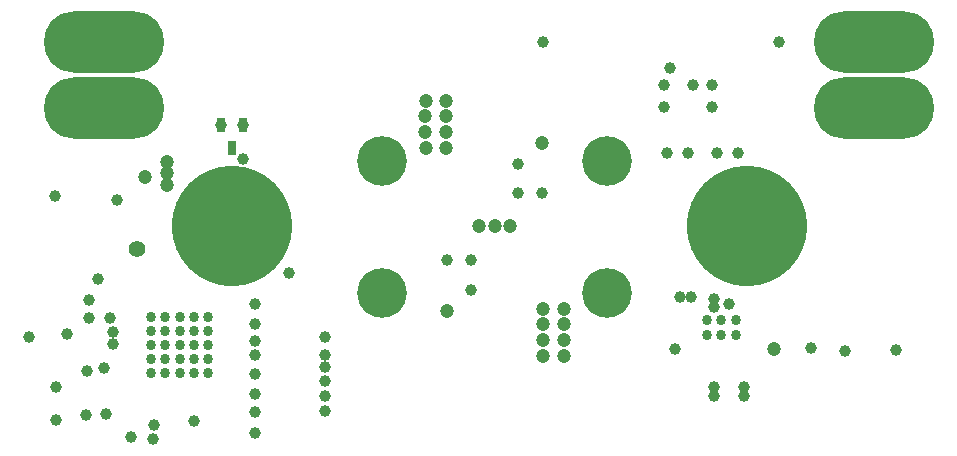
<source format=gbs>
%FSLAX25Y25*%
%MOIN*%
G70*
G01*
G75*
G04 Layer_Color=16711935*
%ADD10R,0.04134X0.04252*%
%ADD11R,0.03543X0.02559*%
%ADD12R,0.04331X0.03937*%
%ADD13R,0.04331X0.02559*%
%ADD14R,0.04252X0.04134*%
%ADD15R,0.02362X0.08661*%
%ADD16R,0.14173X0.07874*%
%ADD17R,0.04331X0.04724*%
%ADD18R,0.03937X0.04331*%
%ADD19R,0.05118X0.02756*%
%ADD20R,0.06299X0.05906*%
%ADD21R,0.22047X0.22047*%
%ADD22O,0.03347X0.00984*%
%ADD23O,0.00984X0.03347*%
%ADD24R,0.04331X0.04331*%
%ADD25R,0.03937X0.05512*%
%ADD26R,0.08268X0.11811*%
%ADD27R,0.03150X0.05118*%
%ADD28R,0.03937X0.05906*%
%ADD29R,0.11811X0.08268*%
%ADD30R,0.05118X0.03150*%
%ADD31R,0.08661X0.06299*%
%ADD32R,0.04724X0.04331*%
%ADD33R,0.02362X0.05118*%
%ADD34C,0.01575*%
%ADD35C,0.01000*%
%ADD36C,0.00787*%
%ADD37C,0.00984*%
%ADD38C,0.02362*%
%ADD39R,0.03937X0.11909*%
%ADD40R,0.11811X0.65551*%
%ADD41R,0.11811X0.38681*%
%ADD42R,0.12008X0.30610*%
%ADD43R,0.11811X0.77953*%
%ADD44R,0.23622X0.38976*%
%ADD45R,0.08268X0.07480*%
%ADD46R,0.36614X0.19685*%
%ADD47R,0.07874X0.07480*%
%ADD48R,0.73622X0.06693*%
%ADD49R,0.10236X0.07480*%
%ADD50R,0.09843X0.07480*%
%ADD51R,0.41142X0.19685*%
%ADD52R,0.40650X0.19685*%
%ADD53R,1.22933X0.19685*%
%ADD54R,0.15748X0.59744*%
%ADD55O,0.39370X0.19685*%
%ADD56C,0.23622*%
%ADD57C,0.15748*%
%ADD58C,0.02598*%
%ADD59C,0.03150*%
%ADD60C,0.03937*%
%ADD61C,0.04724*%
%ADD62C,0.04000*%
%ADD63O,0.29528X0.05906*%
%ADD64C,0.14567*%
%ADD65C,0.10630*%
%ADD66C,0.03268*%
%ADD67C,0.03150*%
%ADD68C,0.03937*%
%ADD69C,0.03150*%
%ADD70C,0.03937*%
%ADD71R,0.02362X0.03937*%
%ADD72R,0.14173X0.07972*%
%ADD73R,0.22835X0.22835*%
%ADD74R,0.12992X0.20177*%
%ADD75C,0.39370*%
%ADD76R,0.04934X0.05052*%
%ADD77R,0.04343X0.03359*%
%ADD78R,0.05131X0.04737*%
%ADD79R,0.05131X0.03359*%
%ADD80R,0.05052X0.04934*%
%ADD81R,0.03162X0.09461*%
%ADD82R,0.14973X0.08674*%
%ADD83R,0.05131X0.05524*%
%ADD84R,0.04737X0.05131*%
%ADD85R,0.05918X0.03556*%
%ADD86R,0.07099X0.06706*%
%ADD87R,0.22847X0.22847*%
%ADD88O,0.04147X0.01784*%
%ADD89O,0.01784X0.04147*%
%ADD90R,0.05131X0.05131*%
%ADD91R,0.04737X0.06312*%
%ADD92R,0.09068X0.12611*%
%ADD93R,0.03950X0.05918*%
%ADD94R,0.04737X0.06706*%
%ADD95R,0.12611X0.09068*%
%ADD96R,0.05918X0.03950*%
%ADD97R,0.09461X0.07099*%
%ADD98R,0.05524X0.05131*%
%ADD99R,0.03162X0.05918*%
%ADD100O,0.40170X0.20485*%
%ADD101C,0.24422*%
%ADD102C,0.16548*%
%ADD103C,0.03950*%
%ADD104C,0.04737*%
%ADD105C,0.05524*%
%ADD106R,0.03162X0.04737*%
%ADD107C,0.40170*%
%ADD108C,0.03398*%
D100*
X-42520Y39370D02*
D03*
X214173Y61614D02*
D03*
X-42520Y61614D02*
D03*
X214173Y39370D02*
D03*
D102*
X124984Y21831D02*
D03*
X50181D02*
D03*
Y-22138D02*
D03*
X124984D02*
D03*
D103*
X18898Y-15354D02*
D03*
X-39567Y-39272D02*
D03*
X30911Y-42819D02*
D03*
X30906Y-46752D02*
D03*
X95457Y11004D02*
D03*
X165650Y-25689D02*
D03*
X153642Y47146D02*
D03*
X7677Y-38189D02*
D03*
X-44685Y-17520D02*
D03*
X-47638Y-24606D02*
D03*
X7776Y-42717D02*
D03*
X7579Y-32677D02*
D03*
X-42618Y-47047D02*
D03*
X-48130Y-48327D02*
D03*
X-41929Y-62599D02*
D03*
X7776Y-55906D02*
D03*
X30906Y-61516D02*
D03*
X7682Y-68706D02*
D03*
X-12500Y-64862D02*
D03*
X30906Y-51673D02*
D03*
Y-36909D02*
D03*
Y-56595D02*
D03*
X-26329Y-70915D02*
D03*
X-26033Y-66191D02*
D03*
X7776Y-49213D02*
D03*
X7677Y-61712D02*
D03*
X7579Y-25787D02*
D03*
X-40748Y-30610D02*
D03*
X-58858Y10236D02*
D03*
X-38386Y8957D02*
D03*
X95457Y20846D02*
D03*
X103331Y11004D02*
D03*
X79709Y-21154D02*
D03*
Y-11311D02*
D03*
X71835D02*
D03*
X153051Y-23622D02*
D03*
X149409D02*
D03*
X147835Y-40846D02*
D03*
X160689Y-24213D02*
D03*
X160728Y-26870D02*
D03*
X170571Y-56496D02*
D03*
Y-53445D02*
D03*
X160728Y-56496D02*
D03*
Y-53445D02*
D03*
X204429Y-41634D02*
D03*
X221457Y-41338D02*
D03*
X193110Y-40650D02*
D03*
X-55020Y-35728D02*
D03*
X-58465Y-53642D02*
D03*
X-33760Y-70078D02*
D03*
X-58465Y-64666D02*
D03*
X-48622Y-62894D02*
D03*
X-47736Y-30512D02*
D03*
X-67717Y-36811D02*
D03*
X103740Y61614D02*
D03*
X160039Y47244D02*
D03*
Y39764D02*
D03*
X144193Y39665D02*
D03*
Y47146D02*
D03*
X161614Y24606D02*
D03*
X168701D02*
D03*
X152165D02*
D03*
X145079D02*
D03*
X146161Y52756D02*
D03*
X182480Y61614D02*
D03*
X-39469Y-35236D02*
D03*
X3740Y33957D02*
D03*
X-3740D02*
D03*
X3543Y22638D02*
D03*
D104*
X180807Y-40846D02*
D03*
X110728Y-37992D02*
D03*
X103740Y-43110D02*
D03*
Y-37992D02*
D03*
Y-32677D02*
D03*
X110728D02*
D03*
X110630Y-43110D02*
D03*
X92815Y98D02*
D03*
X87697D02*
D03*
X82480Y197D02*
D03*
X71457Y31398D02*
D03*
X64468D02*
D03*
X64567Y26083D02*
D03*
X71752Y-28150D02*
D03*
X103347Y27854D02*
D03*
X71457Y26083D02*
D03*
X64468Y36713D02*
D03*
X64567Y41831D02*
D03*
X71457Y36713D02*
D03*
Y41831D02*
D03*
X110630Y-27362D02*
D03*
X103740D02*
D03*
X-21555Y21457D02*
D03*
X-28839Y16535D02*
D03*
X-21555Y17717D02*
D03*
Y13878D02*
D03*
D105*
X-31496Y-7677D02*
D03*
D106*
X0Y26083D02*
D03*
X3740Y33957D02*
D03*
X-3740D02*
D03*
D107*
X171653Y0D02*
D03*
X0D02*
D03*
D108*
X167913Y-31299D02*
D03*
Y-36024D02*
D03*
X163189Y-31299D02*
D03*
Y-36024D02*
D03*
X158465Y-31299D02*
D03*
Y-36024D02*
D03*
X-26870Y-48917D02*
D03*
X-22146D02*
D03*
Y-44193D02*
D03*
X-26870D02*
D03*
X-17421D02*
D03*
X-12697D02*
D03*
X-17421Y-48917D02*
D03*
X-12697D02*
D03*
X-7972D02*
D03*
Y-44193D02*
D03*
X-26870Y-39469D02*
D03*
X-12697Y-30020D02*
D03*
X-7972Y-34744D02*
D03*
X-22146Y-30020D02*
D03*
X-12697Y-34744D02*
D03*
X-17421Y-30020D02*
D03*
X-26870D02*
D03*
X-7972D02*
D03*
X-22146Y-34744D02*
D03*
X-17421D02*
D03*
X-26870D02*
D03*
X-7972Y-39469D02*
D03*
X-12697D02*
D03*
X-22146D02*
D03*
X-17421D02*
D03*
M02*

</source>
